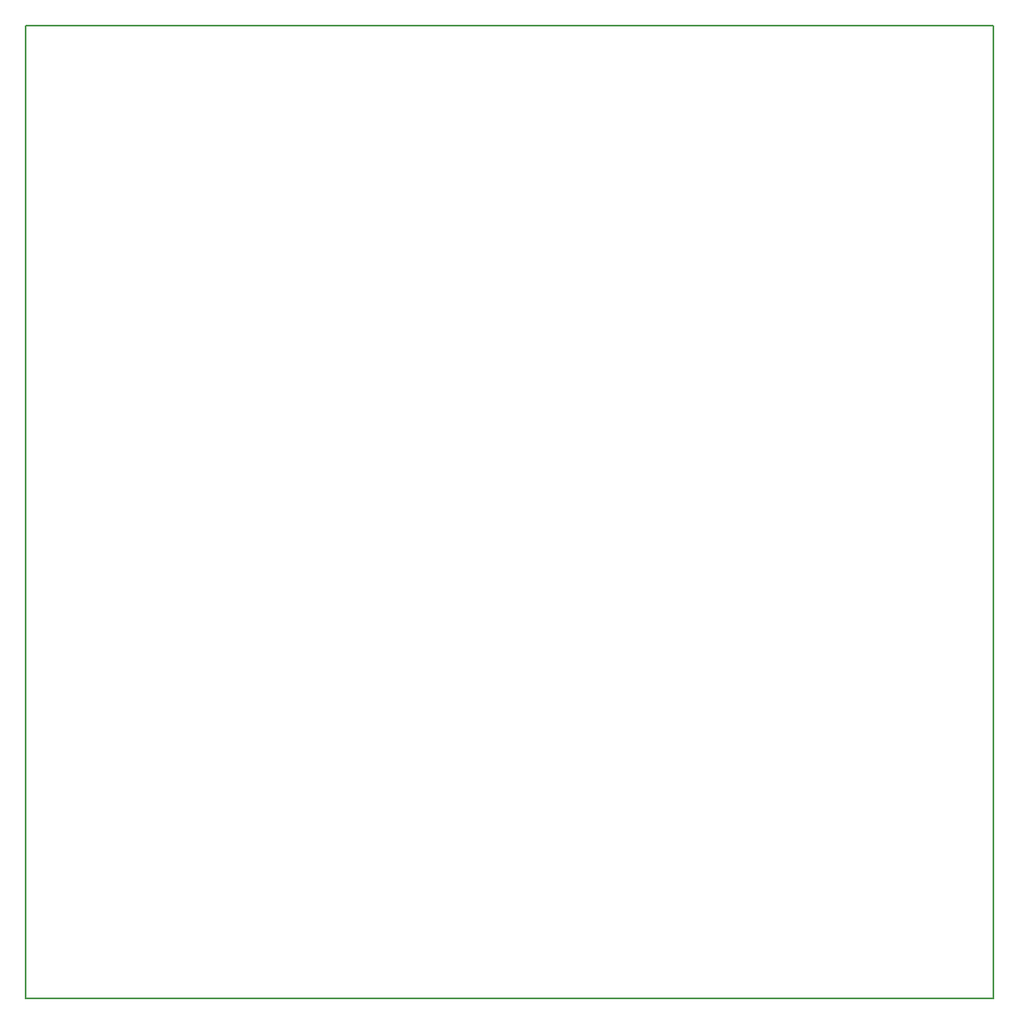
<source format=gbr>
G04 #@! TF.GenerationSoftware,KiCad,Pcbnew,(5.0.2)-1*
G04 #@! TF.CreationDate,2019-08-15T12:32:10+02:00*
G04 #@! TF.ProjectId,ADS1298_FINAL,41445331-3239-4385-9f46-494e414c2e6b,rev?*
G04 #@! TF.SameCoordinates,Original*
G04 #@! TF.FileFunction,Profile,NP*
%FSLAX46Y46*%
G04 Gerber Fmt 4.6, Leading zero omitted, Abs format (unit mm)*
G04 Created by KiCad (PCBNEW (5.0.2)-1) date 15-8-2019 12:32:10*
%MOMM*%
%LPD*%
G01*
G04 APERTURE LIST*
%ADD10C,0.200000*%
G04 APERTURE END LIST*
D10*
X20200000Y-20000000D02*
X20200000Y-119700000D01*
X119400000Y-119700000D02*
X20200000Y-119700000D01*
X119400000Y-20000000D02*
X119400000Y-119700000D01*
X20200000Y-20000000D02*
X119400000Y-20000000D01*
M02*

</source>
